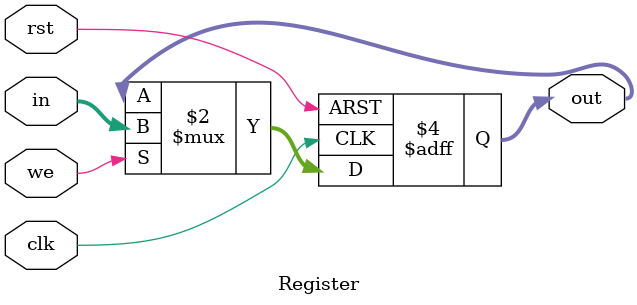
<source format=v>
`timescale 1ns / 1ps


module Register #(parameter WIDTH=32)(
    input [WIDTH-1:0]in,
    input clk,rst,we,
    output reg [WIDTH-1:0]out
    );
    
    always @ (posedge clk or posedge rst)
    begin
        if (rst)
            out<=0;
        else
        begin
            if (we)
                out<=in;
        end        
    end
   
endmodule

</source>
